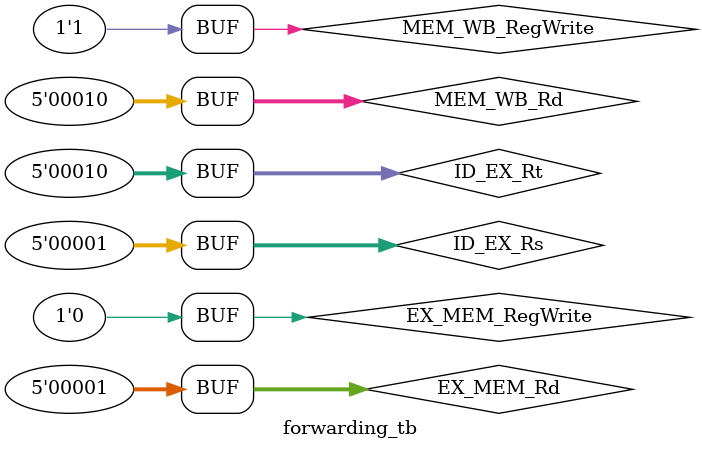
<source format=v>

module forwarding_tb;
    // Declarations for inputs and outputs
    reg [4:0] EX_MEM_Rd, MEM_WB_Rd, ID_EX_Rs, ID_EX_Rt;
    reg EX_MEM_RegWrite, MEM_WB_RegWrite;
    wire [1:0] ForwardA, ForwardB;

    // Instantiate the forwarding unit
    ForwardingUnit dut (
        .ForwardA(ForwardA),
        .ForwardB(ForwardB),
        .EX_MEM_Rd(EX_MEM_Rd),
        .MEM_WB_Rd(MEM_WB_Rd),
        .ID_EX_Rs(ID_EX_Rs),
        .ID_EX_Rt(ID_EX_Rt),
        .EX_MEM_RegWrite(EX_MEM_RegWrite),
        .MEM_WB_RegWrite(MEM_WB_RegWrite)
    );

    // Test cases
    initial begin
        // Test case 1: EX-EX forwarding
        EX_MEM_Rd = 5'b00001;
        ID_EX_Rs = 5'b00001;
        EX_MEM_RegWrite = 1'b1;
        #10;
        if (ForwardA !== 2'b10) $display("Test case 1 failed");

        // Test case 2: MEM-EX forwarding
        MEM_WB_Rd = 5'b00010;
        ID_EX_Rt = 5'b00010;
        MEM_WB_RegWrite = 1'b1;
        EX_MEM_RegWrite = 1'b0;
        #10;
        if (ForwardB !== 2'b01) $display("Test case 2 failed");

        // More test cases...
    end
endmodule
</source>
